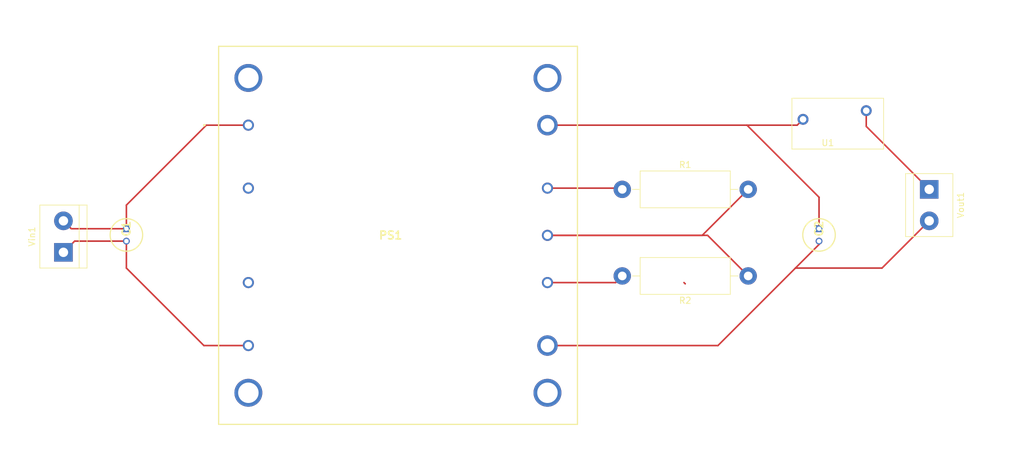
<source format=kicad_pcb>
(kicad_pcb (version 20171130) (host pcbnew "(5.1.7)-1")

  (general
    (thickness 1.6)
    (drawings 4)
    (tracks 32)
    (zones 0)
    (modules 8)
    (nets 11)
  )

  (page A4)
  (layers
    (0 F.Cu signal)
    (31 B.Cu signal)
    (32 B.Adhes user)
    (33 F.Adhes user)
    (34 B.Paste user)
    (35 F.Paste user)
    (36 B.SilkS user)
    (37 F.SilkS user)
    (38 B.Mask user)
    (39 F.Mask user)
    (40 Dwgs.User user)
    (41 Cmts.User user)
    (42 Eco1.User user)
    (43 Eco2.User user)
    (44 Edge.Cuts user)
    (45 Margin user)
    (46 B.CrtYd user)
    (47 F.CrtYd user)
    (48 B.Fab user)
    (49 F.Fab user)
  )

  (setup
    (last_trace_width 0.25)
    (trace_clearance 0.2)
    (zone_clearance 0.508)
    (zone_45_only no)
    (trace_min 0.2)
    (via_size 0.8)
    (via_drill 0.4)
    (via_min_size 0.4)
    (via_min_drill 0.3)
    (uvia_size 0.3)
    (uvia_drill 0.1)
    (uvias_allowed no)
    (uvia_min_size 0.2)
    (uvia_min_drill 0.1)
    (edge_width 0.05)
    (segment_width 0.2)
    (pcb_text_width 0.3)
    (pcb_text_size 1.5 1.5)
    (mod_edge_width 0.12)
    (mod_text_size 1 1)
    (mod_text_width 0.15)
    (pad_size 1.524 1.524)
    (pad_drill 0.762)
    (pad_to_mask_clearance 0)
    (aux_axis_origin 0 0)
    (visible_elements FFFFFF7F)
    (pcbplotparams
      (layerselection 0x010fc_ffffffff)
      (usegerberextensions false)
      (usegerberattributes true)
      (usegerberadvancedattributes true)
      (creategerberjobfile true)
      (excludeedgelayer true)
      (linewidth 0.100000)
      (plotframeref false)
      (viasonmask false)
      (mode 1)
      (useauxorigin false)
      (hpglpennumber 1)
      (hpglpenspeed 20)
      (hpglpendiameter 15.000000)
      (psnegative false)
      (psa4output false)
      (plotreference true)
      (plotvalue true)
      (plotinvisibletext false)
      (padsonsilk false)
      (subtractmaskfromsilk false)
      (outputformat 1)
      (mirror false)
      (drillshape 1)
      (scaleselection 1)
      (outputdirectory ""))
  )

  (net 0 "")
  (net 1 "Net-(C1-Pad1)")
  (net 2 "Net-(C1-Pad2)")
  (net 3 "Net-(C2-Pad2)")
  (net 4 "Net-(C2-Pad1)")
  (net 5 "Net-(PS1-Pad2)")
  (net 6 "Net-(PS1-Pad3)")
  (net 7 "Net-(PS1-Pad6)")
  (net 8 "Net-(PS1-Pad7)")
  (net 9 "Net-(PS1-Pad8)")
  (net 10 "Net-(U1-Pad2)")

  (net_class Default "This is the default net class."
    (clearance 0.2)
    (trace_width 0.25)
    (via_dia 0.8)
    (via_drill 0.4)
    (uvia_dia 0.3)
    (uvia_drill 0.1)
    (add_net "Net-(C1-Pad1)")
    (add_net "Net-(C1-Pad2)")
    (add_net "Net-(C2-Pad1)")
    (add_net "Net-(C2-Pad2)")
    (add_net "Net-(PS1-Pad2)")
    (add_net "Net-(PS1-Pad3)")
    (add_net "Net-(PS1-Pad6)")
    (add_net "Net-(PS1-Pad7)")
    (add_net "Net-(PS1-Pad8)")
    (add_net "Net-(U1-Pad2)")
  )

  (module SamacSys_Parts:CAPPRD200W50D525H1250 (layer F.Cu) (tedit 0) (tstamp 603C8FB9)
    (at 96.52 100.33 270)
    (descr 5*11_)
    (tags "Capacitor Polarised")
    (path /603D49A9)
    (fp_text reference C1 (at 0 0 90) (layer F.SilkS)
      (effects (font (size 1.27 1.27) (thickness 0.254)))
    )
    (fp_text value ELE-101ELL2R2ME11D (at 0 0 90) (layer F.SilkS) hide
      (effects (font (size 1.27 1.27) (thickness 0.254)))
    )
    (fp_circle (center 1 0) (end 1 2.625) (layer F.Fab) (width 0.1))
    (fp_circle (center 1 0) (end 1 2.625) (layer F.SilkS) (width 0.2))
    (fp_text user %R (at 0 0 90) (layer F.Fab)
      (effects (font (size 1.27 1.27) (thickness 0.254)))
    )
    (pad 1 thru_hole rect (at 0 0 270) (size 1.1 1.1) (drill 0.7) (layers *.Cu *.Mask)
      (net 1 "Net-(C1-Pad1)"))
    (pad 2 thru_hole circle (at 2 0 270) (size 1.1 1.1) (drill 0.7) (layers *.Cu *.Mask)
      (net 2 "Net-(C1-Pad2)"))
    (model "C:\\Users\\Daniel.DeSessa\\Desktop\\College\\Club Aerosport\\LibraryLoaderKiCad\\SamacSys_Parts.3dshapes\\ELE-101ELL2R2ME11D.stp"
      (at (xyz 0 0 0))
      (scale (xyz 1 1 1))
      (rotate (xyz 0 0 0))
    )
  )

  (module SamacSys_Parts:CAPPRD200W50D525H1250 (layer F.Cu) (tedit 0) (tstamp 603C8FC2)
    (at 208.28 100.33 270)
    (descr 5*11_)
    (tags "Capacitor Polarised")
    (path /603D6842)
    (fp_text reference C2 (at 0 0 90) (layer F.SilkS)
      (effects (font (size 1.27 1.27) (thickness 0.254)))
    )
    (fp_text value ELE-101ELL2R2ME11D (at 0 0 90) (layer F.SilkS) hide
      (effects (font (size 1.27 1.27) (thickness 0.254)))
    )
    (fp_text user %R (at 0 0 90) (layer F.Fab)
      (effects (font (size 1.27 1.27) (thickness 0.254)))
    )
    (fp_circle (center 1 0) (end 1 2.625) (layer F.SilkS) (width 0.2))
    (fp_circle (center 1 0) (end 1 2.625) (layer F.Fab) (width 0.1))
    (pad 2 thru_hole circle (at 2 0 270) (size 1.1 1.1) (drill 0.7) (layers *.Cu *.Mask)
      (net 3 "Net-(C2-Pad2)"))
    (pad 1 thru_hole rect (at 0 0 270) (size 1.1 1.1) (drill 0.7) (layers *.Cu *.Mask)
      (net 4 "Net-(C2-Pad1)"))
    (model "C:\\Users\\Daniel.DeSessa\\Desktop\\College\\Club Aerosport\\LibraryLoaderKiCad\\SamacSys_Parts.3dshapes\\ELE-101ELL2R2ME11D.stp"
      (at (xyz 0 0 0))
      (scale (xyz 1 1 1))
      (rotate (xyz 0 0 0))
    )
  )

  (module SamacSys_Parts:RP240H2448SRWNHC (layer F.Cu) (tedit 0) (tstamp 603C8FE4)
    (at 116.200001 83.620001)
    (descr RP240H-2448SRW/N-HC-3)
    (tags "Power Supply")
    (path /603D35DA)
    (fp_text reference PS1 (at 22.95 17.78) (layer F.SilkS)
      (effects (font (size 1.27 1.27) (thickness 0.254)))
    )
    (fp_text value RP240H-2448SRW_N-HC (at 22.95 17.78) (layer F.SilkS) hide
      (effects (font (size 1.27 1.27) (thickness 0.254)))
    )
    (fp_line (start -7.2 0) (end -7.2 0) (layer F.SilkS) (width 0.2))
    (fp_line (start -7 0) (end -7 0) (layer F.SilkS) (width 0.2))
    (fp_line (start -8.2 49.28) (end -8.2 -13.72) (layer F.CrtYd) (width 0.1))
    (fp_line (start 54.1 49.28) (end -8.2 49.28) (layer F.CrtYd) (width 0.1))
    (fp_line (start 54.1 -13.72) (end 54.1 49.28) (layer F.CrtYd) (width 0.1))
    (fp_line (start -8.2 -13.72) (end 54.1 -13.72) (layer F.CrtYd) (width 0.1))
    (fp_line (start -4.8 -12.72) (end -4.8 48.28) (layer F.SilkS) (width 0.2))
    (fp_line (start 53.1 -12.72) (end -4.8 -12.72) (layer F.SilkS) (width 0.2))
    (fp_line (start 53.1 48.28) (end 53.1 -12.72) (layer F.SilkS) (width 0.2))
    (fp_line (start -4.8 48.28) (end 53.1 48.28) (layer F.SilkS) (width 0.2))
    (fp_line (start -4.8 -12.72) (end -4.8 48.28) (layer F.Fab) (width 0.1))
    (fp_line (start 53.1 -12.72) (end -4.8 -12.72) (layer F.Fab) (width 0.1))
    (fp_line (start 53.1 48.28) (end 53.1 -12.72) (layer F.Fab) (width 0.1))
    (fp_line (start -4.8 48.28) (end 53.1 48.28) (layer F.Fab) (width 0.1))
    (fp_text user %R (at 22.95 17.78) (layer F.Fab)
      (effects (font (size 1.27 1.27) (thickness 0.254)))
    )
    (fp_arc (start -7.1 0) (end -7 0) (angle -180) (layer F.SilkS) (width 0.2))
    (fp_arc (start -7.1 0) (end -7.2 0) (angle -180) (layer F.SilkS) (width 0.2))
    (pad 1 thru_hole circle (at 0 0) (size 1.8 1.8) (drill 1.2) (layers *.Cu *.Mask)
      (net 1 "Net-(C1-Pad1)"))
    (pad 2 thru_hole circle (at 0 10.16) (size 1.8 1.8) (drill 1.2) (layers *.Cu *.Mask)
      (net 5 "Net-(PS1-Pad2)"))
    (pad 3 thru_hole circle (at 0 25.4) (size 1.8 1.8) (drill 1.2) (layers *.Cu *.Mask)
      (net 6 "Net-(PS1-Pad3)"))
    (pad 4 thru_hole circle (at 0 35.56) (size 1.8 1.8) (drill 1.2) (layers *.Cu *.Mask)
      (net 2 "Net-(C1-Pad2)"))
    (pad 5 thru_hole circle (at 48.26 35.56) (size 3.3 3.3) (drill 2.2) (layers *.Cu *.Mask)
      (net 3 "Net-(C2-Pad2)"))
    (pad 6 thru_hole circle (at 48.26 25.4) (size 1.8 1.8) (drill 1.2) (layers *.Cu *.Mask)
      (net 7 "Net-(PS1-Pad6)"))
    (pad 7 thru_hole circle (at 48.26 17.78) (size 1.8 1.8) (drill 1.2) (layers *.Cu *.Mask)
      (net 8 "Net-(PS1-Pad7)"))
    (pad 8 thru_hole circle (at 48.26 10.16) (size 1.8 1.8) (drill 1.2) (layers *.Cu *.Mask)
      (net 9 "Net-(PS1-Pad8)"))
    (pad 9 thru_hole circle (at 48.26 0) (size 3.3 3.3) (drill 2.2) (layers *.Cu *.Mask)
      (net 4 "Net-(C2-Pad1)"))
    (pad MH1 thru_hole circle (at 0 43.18) (size 4.5 4.5) (drill 3.3) (layers *.Cu *.Mask))
    (pad MH2 thru_hole circle (at 48.26 43.18) (size 4.5 4.5) (drill 3.3) (layers *.Cu *.Mask))
    (pad MH3 thru_hole circle (at 48.26 -7.62) (size 4.5 4.5) (drill 3.3) (layers *.Cu *.Mask))
    (pad MH4 thru_hole circle (at 0 -7.62) (size 4.5 4.5) (drill 3.3) (layers *.Cu *.Mask))
    (model "C:\\Users\\Daniel.DeSessa\\Desktop\\College\\Club Aerosport\\LibraryLoaderKiCad\\SamacSys_Parts.3dshapes\\RP240H-2448SRW_N-HC.stp"
      (at (xyz 0 0 0))
      (scale (xyz 1 1 1))
      (rotate (xyz 0 0 0))
    )
  )

  (module Resistor_THT:R_Axial_DIN0614_L14.3mm_D5.7mm_P20.32mm_Horizontal (layer F.Cu) (tedit 5AE5139B) (tstamp 603C8FFB)
    (at 176.53 93.98)
    (descr "Resistor, Axial_DIN0614 series, Axial, Horizontal, pin pitch=20.32mm, 1.5W, length*diameter=14.3*5.7mm^2")
    (tags "Resistor Axial_DIN0614 series Axial Horizontal pin pitch 20.32mm 1.5W length 14.3mm diameter 5.7mm")
    (path /603DC81D)
    (fp_text reference R1 (at 10.16 -3.97) (layer F.SilkS)
      (effects (font (size 1 1) (thickness 0.15)))
    )
    (fp_text value "348 K" (at 10.16 3.97) (layer F.Fab)
      (effects (font (size 1 1) (thickness 0.15)))
    )
    (fp_text user %R (at 10.16 0) (layer F.Fab)
      (effects (font (size 1 1) (thickness 0.15)))
    )
    (fp_line (start 3.01 -2.85) (end 3.01 2.85) (layer F.Fab) (width 0.1))
    (fp_line (start 3.01 2.85) (end 17.31 2.85) (layer F.Fab) (width 0.1))
    (fp_line (start 17.31 2.85) (end 17.31 -2.85) (layer F.Fab) (width 0.1))
    (fp_line (start 17.31 -2.85) (end 3.01 -2.85) (layer F.Fab) (width 0.1))
    (fp_line (start 0 0) (end 3.01 0) (layer F.Fab) (width 0.1))
    (fp_line (start 20.32 0) (end 17.31 0) (layer F.Fab) (width 0.1))
    (fp_line (start 2.89 -2.97) (end 2.89 2.97) (layer F.SilkS) (width 0.12))
    (fp_line (start 2.89 2.97) (end 17.43 2.97) (layer F.SilkS) (width 0.12))
    (fp_line (start 17.43 2.97) (end 17.43 -2.97) (layer F.SilkS) (width 0.12))
    (fp_line (start 17.43 -2.97) (end 2.89 -2.97) (layer F.SilkS) (width 0.12))
    (fp_line (start 1.64 0) (end 2.89 0) (layer F.SilkS) (width 0.12))
    (fp_line (start 18.68 0) (end 17.43 0) (layer F.SilkS) (width 0.12))
    (fp_line (start -1.65 -3.1) (end -1.65 3.1) (layer F.CrtYd) (width 0.05))
    (fp_line (start -1.65 3.1) (end 21.97 3.1) (layer F.CrtYd) (width 0.05))
    (fp_line (start 21.97 3.1) (end 21.97 -3.1) (layer F.CrtYd) (width 0.05))
    (fp_line (start 21.97 -3.1) (end -1.65 -3.1) (layer F.CrtYd) (width 0.05))
    (pad 2 thru_hole oval (at 20.32 0) (size 2.8 2.8) (drill 1.4) (layers *.Cu *.Mask)
      (net 8 "Net-(PS1-Pad7)"))
    (pad 1 thru_hole circle (at 0 0) (size 2.8 2.8) (drill 1.4) (layers *.Cu *.Mask)
      (net 9 "Net-(PS1-Pad8)"))
    (model ${KISYS3DMOD}/Resistor_THT.3dshapes/R_Axial_DIN0614_L14.3mm_D5.7mm_P20.32mm_Horizontal.wrl
      (at (xyz 0 0 0))
      (scale (xyz 1 1 1))
      (rotate (xyz 0 0 0))
    )
  )

  (module Resistor_THT:R_Axial_DIN0614_L14.3mm_D5.7mm_P20.32mm_Horizontal (layer F.Cu) (tedit 5AE5139B) (tstamp 603C9012)
    (at 196.85 107.95 180)
    (descr "Resistor, Axial_DIN0614 series, Axial, Horizontal, pin pitch=20.32mm, 1.5W, length*diameter=14.3*5.7mm^2")
    (tags "Resistor Axial_DIN0614 series Axial Horizontal pin pitch 20.32mm 1.5W length 14.3mm diameter 5.7mm")
    (path /603DBC54)
    (fp_text reference R2 (at 10.16 -3.97) (layer F.SilkS)
      (effects (font (size 1 1) (thickness 0.15)))
    )
    (fp_text value 196K (at 10.16 3.97) (layer F.Fab)
      (effects (font (size 1 1) (thickness 0.15)))
    )
    (fp_line (start 21.97 -3.1) (end -1.65 -3.1) (layer F.CrtYd) (width 0.05))
    (fp_line (start 21.97 3.1) (end 21.97 -3.1) (layer F.CrtYd) (width 0.05))
    (fp_line (start -1.65 3.1) (end 21.97 3.1) (layer F.CrtYd) (width 0.05))
    (fp_line (start -1.65 -3.1) (end -1.65 3.1) (layer F.CrtYd) (width 0.05))
    (fp_line (start 18.68 0) (end 17.43 0) (layer F.SilkS) (width 0.12))
    (fp_line (start 1.64 0) (end 2.89 0) (layer F.SilkS) (width 0.12))
    (fp_line (start 17.43 -2.97) (end 2.89 -2.97) (layer F.SilkS) (width 0.12))
    (fp_line (start 17.43 2.97) (end 17.43 -2.97) (layer F.SilkS) (width 0.12))
    (fp_line (start 2.89 2.97) (end 17.43 2.97) (layer F.SilkS) (width 0.12))
    (fp_line (start 2.89 -2.97) (end 2.89 2.97) (layer F.SilkS) (width 0.12))
    (fp_line (start 20.32 0) (end 17.31 0) (layer F.Fab) (width 0.1))
    (fp_line (start 0 0) (end 3.01 0) (layer F.Fab) (width 0.1))
    (fp_line (start 17.31 -2.85) (end 3.01 -2.85) (layer F.Fab) (width 0.1))
    (fp_line (start 17.31 2.85) (end 17.31 -2.85) (layer F.Fab) (width 0.1))
    (fp_line (start 3.01 2.85) (end 17.31 2.85) (layer F.Fab) (width 0.1))
    (fp_line (start 3.01 -2.85) (end 3.01 2.85) (layer F.Fab) (width 0.1))
    (fp_text user %R (at 10.16 0) (layer F.Fab)
      (effects (font (size 1 1) (thickness 0.15)))
    )
    (pad 1 thru_hole circle (at 0 0 180) (size 2.8 2.8) (drill 1.4) (layers *.Cu *.Mask)
      (net 8 "Net-(PS1-Pad7)"))
    (pad 2 thru_hole oval (at 20.32 0 180) (size 2.8 2.8) (drill 1.4) (layers *.Cu *.Mask)
      (net 7 "Net-(PS1-Pad6)"))
    (model ${KISYS3DMOD}/Resistor_THT.3dshapes/R_Axial_DIN0614_L14.3mm_D5.7mm_P20.32mm_Horizontal.wrl
      (at (xyz 0 0 0))
      (scale (xyz 1 1 1))
      (rotate (xyz 0 0 0))
    )
  )

  (module powerBoardComp:ResettableFuse (layer F.Cu) (tedit 603C6366) (tstamp 603C901C)
    (at 215.9 81.28)
    (path /603D99FF)
    (fp_text reference U1 (at -6.2 5.2) (layer F.SilkS)
      (effects (font (size 1 1) (thickness 0.15)))
    )
    (fp_text value ResettableFuse (at -3.6 3) (layer F.Fab)
      (effects (font (size 1 1) (thickness 0.15)))
    )
    (fp_line (start -12 6.2) (end -12 -2) (layer F.SilkS) (width 0.12))
    (fp_line (start 2.8 6.2) (end -12 6.2) (layer F.SilkS) (width 0.12))
    (fp_line (start 2.8 -2) (end 2.8 6.2) (layer F.SilkS) (width 0.12))
    (fp_line (start -12 -2) (end 2.8 -2) (layer F.SilkS) (width 0.12))
    (pad 1 thru_hole circle (at -10.2 1.4) (size 1.76 1.76) (drill 1.06) (layers *.Cu *.Mask)
      (net 4 "Net-(C2-Pad1)"))
    (pad 2 thru_hole circle (at 0 0) (size 1.76 1.76) (drill 1.06) (layers *.Cu *.Mask)
      (net 10 "Net-(U1-Pad2)"))
  )

  (module TerminalBlock:TerminalBlock_bornier-2_P5.08mm (layer F.Cu) (tedit 59FF03AB) (tstamp 603C9031)
    (at 86.36 104.14 90)
    (descr "simple 2-pin terminal block, pitch 5.08mm, revamped version of bornier2")
    (tags "terminal block bornier2")
    (path /603F9502)
    (fp_text reference Vin1 (at 2.54 -5.08 90) (layer F.SilkS)
      (effects (font (size 1 1) (thickness 0.15)))
    )
    (fp_text value Screw_Terminal_01x02 (at 2.54 5.08 90) (layer F.Fab)
      (effects (font (size 1 1) (thickness 0.15)))
    )
    (fp_line (start 7.79 4) (end -2.71 4) (layer F.CrtYd) (width 0.05))
    (fp_line (start 7.79 4) (end 7.79 -4) (layer F.CrtYd) (width 0.05))
    (fp_line (start -2.71 -4) (end -2.71 4) (layer F.CrtYd) (width 0.05))
    (fp_line (start -2.71 -4) (end 7.79 -4) (layer F.CrtYd) (width 0.05))
    (fp_line (start -2.54 3.81) (end 7.62 3.81) (layer F.SilkS) (width 0.12))
    (fp_line (start -2.54 -3.81) (end -2.54 3.81) (layer F.SilkS) (width 0.12))
    (fp_line (start 7.62 -3.81) (end -2.54 -3.81) (layer F.SilkS) (width 0.12))
    (fp_line (start 7.62 3.81) (end 7.62 -3.81) (layer F.SilkS) (width 0.12))
    (fp_line (start 7.62 2.54) (end -2.54 2.54) (layer F.SilkS) (width 0.12))
    (fp_line (start 7.54 -3.75) (end -2.46 -3.75) (layer F.Fab) (width 0.1))
    (fp_line (start 7.54 3.75) (end 7.54 -3.75) (layer F.Fab) (width 0.1))
    (fp_line (start -2.46 3.75) (end 7.54 3.75) (layer F.Fab) (width 0.1))
    (fp_line (start -2.46 -3.75) (end -2.46 3.75) (layer F.Fab) (width 0.1))
    (fp_line (start -2.41 2.55) (end 7.49 2.55) (layer F.Fab) (width 0.1))
    (fp_text user %R (at 2.54 0 90) (layer F.Fab)
      (effects (font (size 1 1) (thickness 0.15)))
    )
    (pad 1 thru_hole rect (at 0 0 90) (size 3 3) (drill 1.52) (layers *.Cu *.Mask)
      (net 2 "Net-(C1-Pad2)"))
    (pad 2 thru_hole circle (at 5.08 0 90) (size 3 3) (drill 1.52) (layers *.Cu *.Mask)
      (net 1 "Net-(C1-Pad1)"))
    (model ${KISYS3DMOD}/TerminalBlock.3dshapes/TerminalBlock_bornier-2_P5.08mm.wrl
      (offset (xyz 2.539999961853027 0 0))
      (scale (xyz 1 1 1))
      (rotate (xyz 0 0 0))
    )
  )

  (module TerminalBlock:TerminalBlock_bornier-2_P5.08mm (layer F.Cu) (tedit 59FF03AB) (tstamp 603C9046)
    (at 226.06 93.98 270)
    (descr "simple 2-pin terminal block, pitch 5.08mm, revamped version of bornier2")
    (tags "terminal block bornier2")
    (path /603FE5D8)
    (fp_text reference Vout1 (at 2.54 -5.08 90) (layer F.SilkS)
      (effects (font (size 1 1) (thickness 0.15)))
    )
    (fp_text value Screw_Terminal_01x02 (at 2.54 5.08 90) (layer F.Fab)
      (effects (font (size 1 1) (thickness 0.15)))
    )
    (fp_text user %R (at 2.54 0 90) (layer F.Fab)
      (effects (font (size 1 1) (thickness 0.15)))
    )
    (fp_line (start -2.41 2.55) (end 7.49 2.55) (layer F.Fab) (width 0.1))
    (fp_line (start -2.46 -3.75) (end -2.46 3.75) (layer F.Fab) (width 0.1))
    (fp_line (start -2.46 3.75) (end 7.54 3.75) (layer F.Fab) (width 0.1))
    (fp_line (start 7.54 3.75) (end 7.54 -3.75) (layer F.Fab) (width 0.1))
    (fp_line (start 7.54 -3.75) (end -2.46 -3.75) (layer F.Fab) (width 0.1))
    (fp_line (start 7.62 2.54) (end -2.54 2.54) (layer F.SilkS) (width 0.12))
    (fp_line (start 7.62 3.81) (end 7.62 -3.81) (layer F.SilkS) (width 0.12))
    (fp_line (start 7.62 -3.81) (end -2.54 -3.81) (layer F.SilkS) (width 0.12))
    (fp_line (start -2.54 -3.81) (end -2.54 3.81) (layer F.SilkS) (width 0.12))
    (fp_line (start -2.54 3.81) (end 7.62 3.81) (layer F.SilkS) (width 0.12))
    (fp_line (start -2.71 -4) (end 7.79 -4) (layer F.CrtYd) (width 0.05))
    (fp_line (start -2.71 -4) (end -2.71 4) (layer F.CrtYd) (width 0.05))
    (fp_line (start 7.79 4) (end 7.79 -4) (layer F.CrtYd) (width 0.05))
    (fp_line (start 7.79 4) (end -2.71 4) (layer F.CrtYd) (width 0.05))
    (pad 2 thru_hole circle (at 5.08 0 270) (size 3 3) (drill 1.52) (layers *.Cu *.Mask)
      (net 3 "Net-(C2-Pad2)"))
    (pad 1 thru_hole rect (at 0 0 270) (size 3 3) (drill 1.52) (layers *.Cu *.Mask)
      (net 10 "Net-(U1-Pad2)"))
    (model ${KISYS3DMOD}/TerminalBlock.3dshapes/TerminalBlock_bornier-2_P5.08mm.wrl
      (offset (xyz 2.539999961853027 0 0))
      (scale (xyz 1 1 1))
      (rotate (xyz 0 0 0))
    )
  )

  (gr_line (start 241.3 63.5) (end 76.2 63.5) (layer Dwgs.User) (width 0.15) (tstamp 603C998D))
  (gr_line (start 241.3 139.7) (end 241.3 63.5) (layer Dwgs.User) (width 0.15))
  (gr_line (start 76.2 139.7) (end 241.3 139.7) (layer Dwgs.User) (width 0.15))
  (gr_line (start 76.2 63.5) (end 76.2 139.7) (layer Dwgs.User) (width 0.15))

  (segment (start 116.200001 83.620001) (end 109.419999 83.620001) (width 0.25) (layer F.Cu) (net 1))
  (segment (start 96.52 96.52) (end 96.52 100.33) (width 0.25) (layer F.Cu) (net 1))
  (segment (start 109.419999 83.620001) (end 96.52 96.52) (width 0.25) (layer F.Cu) (net 1))
  (segment (start 87.63 100.33) (end 86.36 99.06) (width 0.25) (layer F.Cu) (net 1))
  (segment (start 96.52 100.33) (end 87.63 100.33) (width 0.25) (layer F.Cu) (net 1))
  (segment (start 116.200001 119.180001) (end 109.020001 119.180001) (width 0.25) (layer F.Cu) (net 2))
  (segment (start 96.52 106.68) (end 96.52 102.33) (width 0.25) (layer F.Cu) (net 2))
  (segment (start 109.020001 119.180001) (end 96.52 106.68) (width 0.25) (layer F.Cu) (net 2))
  (segment (start 88.17 102.33) (end 86.36 104.14) (width 0.25) (layer F.Cu) (net 2))
  (segment (start 96.52 102.33) (end 88.17 102.33) (width 0.25) (layer F.Cu) (net 2))
  (segment (start 164.460001 119.180001) (end 191.969999 119.180001) (width 0.25) (layer F.Cu) (net 3))
  (segment (start 208.28 102.87) (end 208.28 102.33) (width 0.25) (layer F.Cu) (net 3))
  (segment (start 218.44 106.68) (end 226.06 99.06) (width 0.25) (layer F.Cu) (net 3))
  (segment (start 204.47 106.68) (end 218.44 106.68) (width 0.25) (layer F.Cu) (net 3))
  (segment (start 191.969999 119.180001) (end 204.47 106.68) (width 0.25) (layer F.Cu) (net 3))
  (segment (start 204.47 106.68) (end 208.28 102.87) (width 0.25) (layer F.Cu) (net 3))
  (segment (start 164.460001 83.620001) (end 196.650001 83.620001) (width 0.25) (layer F.Cu) (net 4))
  (segment (start 208.28 95.25) (end 208.28 100.33) (width 0.25) (layer F.Cu) (net 4))
  (segment (start 196.650001 83.620001) (end 208.28 95.25) (width 0.25) (layer F.Cu) (net 4))
  (segment (start 204.759999 83.620001) (end 205.7 82.68) (width 0.25) (layer F.Cu) (net 4))
  (segment (start 196.650001 83.620001) (end 204.759999 83.620001) (width 0.25) (layer F.Cu) (net 4))
  (segment (start 186.490001 109.020001) (end 186.69 109.22) (width 0.25) (layer F.Cu) (net 7))
  (segment (start 175.459999 109.020001) (end 176.53 107.95) (width 0.25) (layer F.Cu) (net 7))
  (segment (start 164.460001 109.020001) (end 175.459999 109.020001) (width 0.25) (layer F.Cu) (net 7))
  (segment (start 189.429999 101.400001) (end 164.460001 101.400001) (width 0.25) (layer F.Cu) (net 8))
  (segment (start 196.85 93.98) (end 189.429999 101.400001) (width 0.25) (layer F.Cu) (net 8))
  (segment (start 190.300001 101.400001) (end 164.460001 101.400001) (width 0.25) (layer F.Cu) (net 8))
  (segment (start 196.85 107.95) (end 190.300001 101.400001) (width 0.25) (layer F.Cu) (net 8))
  (segment (start 176.330001 93.780001) (end 176.53 93.98) (width 0.25) (layer F.Cu) (net 9))
  (segment (start 164.460001 93.780001) (end 176.330001 93.780001) (width 0.25) (layer F.Cu) (net 9))
  (segment (start 215.9 83.82) (end 226.06 93.98) (width 0.25) (layer F.Cu) (net 10))
  (segment (start 215.9 81.28) (end 215.9 83.82) (width 0.25) (layer F.Cu) (net 10))

)

</source>
